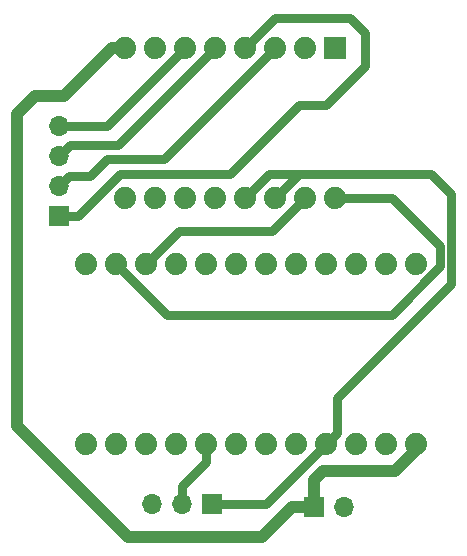
<source format=gbr>
G04 #@! TF.GenerationSoftware,KiCad,Pcbnew,(5.0.0-rc3-dev)*
G04 #@! TF.CreationDate,2019-09-30T17:53:01-04:00*
G04 #@! TF.ProjectId,orbital shaker,6F72626974616C207368616B65722E6B,rev?*
G04 #@! TF.SameCoordinates,Original*
G04 #@! TF.FileFunction,Copper,L1,Top,Signal*
G04 #@! TF.FilePolarity,Positive*
%FSLAX46Y46*%
G04 Gerber Fmt 4.6, Leading zero omitted, Abs format (unit mm)*
G04 Created by KiCad (PCBNEW (5.0.0-rc3-dev)) date 09/30/19 17:53:01*
%MOMM*%
%LPD*%
G01*
G04 APERTURE LIST*
G04 #@! TA.AperFunction,ComponentPad*
%ADD10C,1.879600*%
G04 #@! TD*
G04 #@! TA.AperFunction,ComponentPad*
%ADD11R,1.879600X1.879600*%
G04 #@! TD*
G04 #@! TA.AperFunction,ComponentPad*
%ADD12O,1.700000X1.700000*%
G04 #@! TD*
G04 #@! TA.AperFunction,ComponentPad*
%ADD13R,1.700000X1.700000*%
G04 #@! TD*
G04 #@! TA.AperFunction,Conductor*
%ADD14C,0.750000*%
G04 #@! TD*
G04 #@! TA.AperFunction,Conductor*
%ADD15C,1.000000*%
G04 #@! TD*
G04 APERTURE END LIST*
D10*
G04 #@! TO.P,A1,16*
G04 #@! TO.N,Net-(A1-Pad16)*
X134366000Y-79756000D03*
G04 #@! TO.P,A1,15*
G04 #@! TO.N,Net-(A1-Pad15)*
X131826000Y-79756000D03*
G04 #@! TO.P,A1,14*
G04 #@! TO.N,Net-(A1-Pad13)*
X129286000Y-79756000D03*
G04 #@! TO.P,A1,13*
X126746000Y-79756000D03*
G04 #@! TO.P,A1,12*
G04 #@! TO.N,Net-(A1-Pad12)*
X124206000Y-79756000D03*
G04 #@! TO.P,A1,11*
G04 #@! TO.N,Net-(A1-Pad11)*
X121666000Y-79756000D03*
G04 #@! TO.P,A1,10*
G04 #@! TO.N,Net-(A1-Pad10)*
X119126000Y-79756000D03*
G04 #@! TO.P,A1,9*
G04 #@! TO.N,Net-(A1-Pad9)*
X116586000Y-79756000D03*
G04 #@! TO.P,A1,8*
G04 #@! TO.N,+12V*
X116586000Y-67056000D03*
G04 #@! TO.P,A1,7*
G04 #@! TO.N,GND*
X119126000Y-67056000D03*
G04 #@! TO.P,A1,6*
G04 #@! TO.N,Net-(A1-Pad6)*
X121666000Y-67056000D03*
G04 #@! TO.P,A1,5*
G04 #@! TO.N,Net-(A1-Pad5)*
X124206000Y-67056000D03*
G04 #@! TO.P,A1,4*
G04 #@! TO.N,Net-(A1-Pad4)*
X126746000Y-67056000D03*
G04 #@! TO.P,A1,3*
G04 #@! TO.N,Net-(A1-Pad3)*
X129286000Y-67056000D03*
G04 #@! TO.P,A1,2*
G04 #@! TO.N,Net-(A1-Pad2)*
X131826000Y-67056000D03*
D11*
G04 #@! TO.P,A1,1*
G04 #@! TO.N,GND*
X134366000Y-67056000D03*
G04 #@! TD*
D10*
G04 #@! TO.P,B1,24*
G04 #@! TO.N,+12V*
X141224000Y-100584000D03*
G04 #@! TO.P,B1,23*
G04 #@! TO.N,GND*
X138684000Y-100584000D03*
G04 #@! TO.P,B1,22*
G04 #@! TO.N,Net-(B1-Pad22)*
X136144000Y-100584000D03*
G04 #@! TO.P,B1,21*
G04 #@! TO.N,Net-(A1-Pad13)*
X133604000Y-100584000D03*
G04 #@! TO.P,B1,20*
G04 #@! TO.N,Net-(B1-Pad20)*
X131064000Y-100584000D03*
G04 #@! TO.P,B1,19*
G04 #@! TO.N,Net-(B1-Pad19)*
X128524000Y-100584000D03*
G04 #@! TO.P,B1,18*
G04 #@! TO.N,Net-(B1-Pad18)*
X125984000Y-100584000D03*
G04 #@! TO.P,B1,17*
G04 #@! TO.N,Net-(B1-Pad17)*
X123444000Y-100584000D03*
G04 #@! TO.P,B1,16*
G04 #@! TO.N,Net-(B1-Pad16)*
X120904000Y-100584000D03*
G04 #@! TO.P,B1,15*
G04 #@! TO.N,Net-(B1-Pad15)*
X118364000Y-100584000D03*
G04 #@! TO.P,B1,14*
G04 #@! TO.N,Net-(B1-Pad14)*
X115824000Y-100584000D03*
G04 #@! TO.P,B1,13*
G04 #@! TO.N,Net-(B1-Pad13)*
X113284000Y-100584000D03*
G04 #@! TO.P,B1,12*
G04 #@! TO.N,Net-(B1-Pad12)*
X113284000Y-85344000D03*
G04 #@! TO.P,B1,11*
G04 #@! TO.N,Net-(A1-Pad16)*
X115824000Y-85344000D03*
G04 #@! TO.P,B1,10*
G04 #@! TO.N,Net-(A1-Pad15)*
X118364000Y-85344000D03*
G04 #@! TO.P,B1,9*
G04 #@! TO.N,Net-(B1-Pad9)*
X120904000Y-85344000D03*
G04 #@! TO.P,B1,8*
G04 #@! TO.N,Net-(B1-Pad8)*
X123444000Y-85344000D03*
G04 #@! TO.P,B1,7*
G04 #@! TO.N,Net-(B1-Pad7)*
X125984000Y-85344000D03*
G04 #@! TO.P,B1,6*
G04 #@! TO.N,Net-(B1-Pad6)*
X128524000Y-85344000D03*
G04 #@! TO.P,B1,5*
G04 #@! TO.N,Net-(B1-Pad5)*
X131064000Y-85344000D03*
G04 #@! TO.P,B1,4*
G04 #@! TO.N,GND*
X133604000Y-85344000D03*
G04 #@! TO.P,B1,3*
X136144000Y-85344000D03*
G04 #@! TO.P,B1,2*
G04 #@! TO.N,Net-(B1-Pad2)*
X138684000Y-85344000D03*
G04 #@! TO.P,B1,1*
G04 #@! TO.N,Net-(B1-Pad1)*
X141224000Y-85344000D03*
G04 #@! TD*
D12*
G04 #@! TO.P,J1,2*
G04 #@! TO.N,GND*
X135128000Y-105918000D03*
D13*
G04 #@! TO.P,J1,1*
G04 #@! TO.N,+12V*
X132588000Y-105918000D03*
G04 #@! TD*
D12*
G04 #@! TO.P,J2,4*
G04 #@! TO.N,Net-(A1-Pad6)*
X110998000Y-73660000D03*
G04 #@! TO.P,J2,3*
G04 #@! TO.N,Net-(A1-Pad5)*
X110998000Y-76200000D03*
G04 #@! TO.P,J2,2*
G04 #@! TO.N,Net-(A1-Pad3)*
X110998000Y-78740000D03*
D13*
G04 #@! TO.P,J2,1*
G04 #@! TO.N,Net-(A1-Pad4)*
X110998000Y-81280000D03*
G04 #@! TD*
D12*
G04 #@! TO.P,J3,3*
G04 #@! TO.N,GND*
X118872000Y-105664000D03*
G04 #@! TO.P,J3,2*
G04 #@! TO.N,Net-(B1-Pad17)*
X121412000Y-105664000D03*
D13*
G04 #@! TO.P,J3,1*
G04 #@! TO.N,Net-(A1-Pad13)*
X123952000Y-105664000D03*
G04 #@! TD*
D14*
G04 #@! TO.N,Net-(A1-Pad15)*
X118364000Y-85344000D02*
X121158000Y-82550000D01*
X129032000Y-82550000D02*
X131826000Y-79756000D01*
X121158000Y-82550000D02*
X129032000Y-82550000D01*
G04 #@! TO.N,Net-(A1-Pad16)*
X120142000Y-89662000D02*
X115824000Y-85344000D01*
X139147906Y-89662000D02*
X120142000Y-89662000D01*
X143256000Y-85553906D02*
X139147906Y-89662000D01*
X143256000Y-83820000D02*
X143256000Y-85553906D01*
X134366000Y-79756000D02*
X139192000Y-79756000D01*
X139192000Y-79756000D02*
X143256000Y-83820000D01*
G04 #@! TO.N,Net-(B1-Pad17)*
X123444000Y-100584000D02*
X123444000Y-102108000D01*
X121412000Y-104140000D02*
X121412000Y-105664000D01*
X123444000Y-102108000D02*
X121412000Y-104140000D01*
G04 #@! TO.N,Net-(A1-Pad13)*
X134543799Y-99644201D02*
X133604000Y-100584000D01*
X126746000Y-79756000D02*
X128778000Y-77724000D01*
X142494000Y-77724000D02*
X144206010Y-79436010D01*
X144206010Y-79436010D02*
X144206010Y-87056010D01*
X144206010Y-87056010D02*
X134543799Y-96718221D01*
X134543799Y-96718221D02*
X134543799Y-99644201D01*
X128524000Y-105664000D02*
X123952000Y-105664000D01*
X133604000Y-100584000D02*
X128524000Y-105664000D01*
X129286000Y-79756000D02*
X131318000Y-77724000D01*
X128778000Y-77724000D02*
X131318000Y-77724000D01*
X131318000Y-77724000D02*
X142494000Y-77724000D01*
D15*
G04 #@! TO.N,+12V*
X130738000Y-105918000D02*
X132588000Y-105918000D01*
X116840000Y-108458000D02*
X128198000Y-108458000D01*
X128198000Y-108458000D02*
X130738000Y-105918000D01*
X116586000Y-67056000D02*
X115508370Y-67056000D01*
X115508370Y-67056000D02*
X111444370Y-71120000D01*
X111444370Y-71120000D02*
X108966000Y-71120000D01*
X108966000Y-71120000D02*
X107442000Y-72644000D01*
X107442000Y-72644000D02*
X107442000Y-99060000D01*
X107442000Y-99060000D02*
X116840000Y-108458000D01*
X132588000Y-103632000D02*
X132588000Y-105918000D01*
X133350000Y-102870000D02*
X132588000Y-103632000D01*
X139446000Y-102870000D02*
X133350000Y-102870000D01*
X141224000Y-100584000D02*
X141224000Y-101092000D01*
X141224000Y-101092000D02*
X139446000Y-102870000D01*
D14*
G04 #@! TO.N,Net-(A1-Pad6)*
X115062000Y-73660000D02*
X110998000Y-73660000D01*
X121666000Y-67056000D02*
X115062000Y-73660000D01*
G04 #@! TO.N,Net-(A1-Pad5)*
X111847999Y-75350001D02*
X110998000Y-76200000D01*
X111948010Y-75249990D02*
X111847999Y-75350001D01*
X116012010Y-75249990D02*
X111948010Y-75249990D01*
X124206000Y-67056000D02*
X116012010Y-75249990D01*
G04 #@! TO.N,Net-(A1-Pad3)*
X111847999Y-77890001D02*
X113625999Y-77890001D01*
X110998000Y-78740000D02*
X111847999Y-77890001D01*
X113625999Y-77890001D02*
X115062000Y-76454000D01*
X119888000Y-76454000D02*
X129286000Y-67056000D01*
X115062000Y-76454000D02*
X119888000Y-76454000D01*
G04 #@! TO.N,Net-(A1-Pad4)*
X129286000Y-64516000D02*
X126746000Y-67056000D01*
X135636000Y-64516000D02*
X129286000Y-64516000D01*
X136906000Y-65786000D02*
X135636000Y-64516000D01*
X136906000Y-68580000D02*
X136906000Y-65786000D01*
X116154000Y-77724000D02*
X125476000Y-77724000D01*
X125476000Y-77724000D02*
X131318000Y-71882000D01*
X110998000Y-81280000D02*
X112598000Y-81280000D01*
X131318000Y-71882000D02*
X133604000Y-71882000D01*
X112598000Y-81280000D02*
X116154000Y-77724000D01*
X133604000Y-71882000D02*
X136906000Y-68580000D01*
G04 #@! TD*
M02*

</source>
